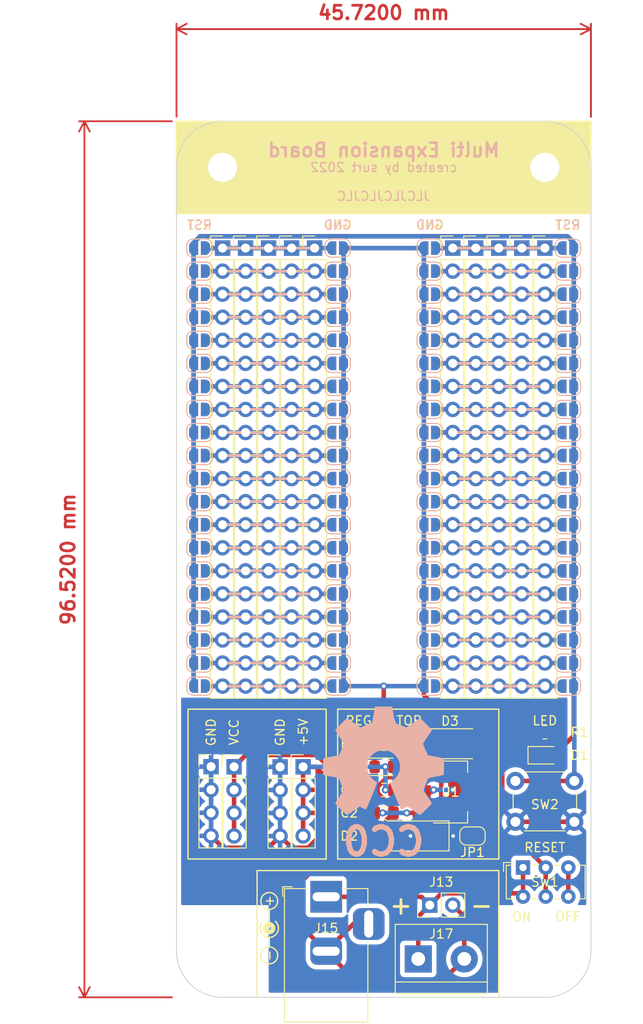
<source format=kicad_pcb>
(kicad_pcb (version 20211014) (generator pcbnew)
  (layers (0 "F.Cu" signal) (31 "B.Cu" signal) (34 "B.Paste" user) (35 "F.Paste" user) (36 "B.SilkS" user "B.Silkscreen") (37 "F.SilkS" user "F.Silkscreen") (38 "B.Mask" user) (39 "F.Mask" user) (44 "Edge.Cuts" user))
  (net 0 "")
  (net 1 "Net-(D1-Pad1)")
  (net 2 "GND")
  (net 3 "+5V")
  (net 4 "VCC")
  (net 5 "Net-(D2-Pad1)")
  (net 6 "/LED")
  (net 7 "/Pin 1")
  (net 8 "/Pin 2")
  (net 9 "/Pin 3")
  (net 10 "/Pin 4")
  (net 11 "/Pin 5")
  (net 12 "/Pin 6")
  (net 13 "/Pin 7")
  (net 14 "/Pin 8")
  (net 15 "/Pin 9")
  (net 16 "/Pin 10")
  (net 17 "/Pin 11")
  (net 18 "/Pin 12")
  (net 19 "/Pin 13")
  (net 20 "/Pin 14")
  (net 21 "/Pin 15")
  (net 22 "/Pin 16")
  (net 23 "/Pin 17")
  (net 24 "/Pin 18")
  (net 25 "/Pin 19")
  (net 26 "/Pin 20")
  (net 27 "/Pin 40")
  (net 28 "/Pin 39")
  (net 29 "/Pin 38")
  (net 30 "/Pin 37")
  (net 31 "/Pin 36")
  (net 32 "/Pin 35")
  (net 33 "/Pin 34")
  (net 34 "/Pin 33")
  (net 35 "/Pin 32")
  (net 36 "/Pin 31")
  (net 37 "/Pin 30")
  (net 38 "/Pin 29")
  (net 39 "/Pin 28")
  (net 40 "/Pin 27")
  (net 41 "/Pin 26")
  (net 42 "/Pin 25")
  (net 43 "/Pin 24")
  (net 44 "/Pin 23")
  (net 45 "/Pin 22")
  (net 46 "/Pin 21")
  (net 47 "/RST")
  (net 48 "Net-(D4-Pad1)")
  (net 49 "Net-(J13-Pad1)")
  (footprint "Jumper:SolderJumper-2_P1.3mm_Open_RoundedPad1.0x1.5mm" (layer "F.Cu") (at 60.96 120.65)
    (fp_text reference "JP20" hide)
    (fp_text value "SolderJumper_2_Open")
  )
  (footprint "Button_Switch_THT:SW_E-Switch_EG1271_DPDT" (layer "F.Cu") (at 81.4125 143.18)
    (fp_text reference "SW1")
    (fp_text value "SW_SPST")
  )
  (footprint "Jumper:SolderJumper-2_P1.3mm_Open_RoundedPad1.0x1.5mm" (layer "F.Cu") (at 45.72 105.41 180)
    (fp_text reference "JP94" hide)
    (fp_text value "SolderJumper_2_Open")
  )
  (footprint "Jumper:SolderJumper-2_P1.3mm_Open_RoundedPad1.0x1.5mm" (layer "F.Cu") (at 71.12 90.17 180)
    (fp_text reference "JP28" hide)
    (fp_text value "SolderJumper_2_Open")
  )
  (footprint "LED_SMD:LED_0805_2012Metric_Pad1.15x1.40mm_HandSolder" (layer "F.Cu") (at 83.82 130.81)
    (fp_text reference "D1")
    (fp_text value "LED")
  )
  (footprint "Jumper:SolderJumper-2_P1.3mm_Open_RoundedPad1.0x1.5mm" (layer "F.Cu") (at 71.12 97.79 180)
    (fp_text reference "JP31" hide)
    (fp_text value "SolderJumper_2_Open")
  )
  (footprint "Jumper:SolderJumper-2_P1.3mm_Open_RoundedPad1.0x1.5mm" (layer "F.Cu") (at 71.12 100.33 180)
    (fp_text reference "JP32" hide)
    (fp_text value "SolderJumper_2_Open")
  )
  (footprint "Jumper:SolderJumper-2_P1.3mm_Open_RoundedPad1.0x1.5mm" (layer "F.Cu") (at 60.96 113.03)
    (fp_text reference "JP17" hide)
    (fp_text value "SolderJumper_2_Open")
  )
  (footprint "TerminalBlock:TerminalBlock_bornier-2_P5.08mm" (layer "F.Cu") (at 69.85 153.25)
    (fp_text reference "J17")
    (fp_text value "Screw_Terminal_01x02")
  )
  (footprint "Jumper:SolderJumper-2_P1.3mm_Open_RoundedPad1.0x1.5mm" (layer "F.Cu") (at 75.835 139.7 180)
    (fp_text reference "JP1")
    (fp_text value "SolderJumper_2_Open")
  )
  (footprint "Jumper:SolderJumper-2_P1.3mm_Open_RoundedPad1.0x1.5mm" (layer "F.Cu") (at 60.96 85.09)
    (fp_text reference "JP6" hide)
    (fp_text value "SolderJumper_2_Open")
  )
  (footprint "Jumper:SolderJumper-2_P1.3mm_Open_RoundedPad1.0x1.5mm" (layer "F.Cu") (at 86.36 123.19)
    (fp_text reference "JP141" hide)
    (fp_text value "SolderJumper_2_Open")
  )
  (footprint "Jumper:SolderJumper-2_P1.3mm_Open_RoundedPad1.0x1.5mm" (layer "F.Cu") (at 60.96 90.17)
    (fp_text reference "JP8" hide)
    (fp_text value "SolderJumper_2_Open")
  )
  (footprint "Jumper:SolderJumper-2_P1.3mm_Open_RoundedPad1.0x1.5mm" (layer "F.Cu") (at 71.12 113.03 180)
    (fp_text reference "JP37" hide)
    (fp_text value "SolderJumper_2_Open")
  )
  (footprint "Jumper:SolderJumper-2_P1.3mm_Open_RoundedPad1.0x1.5mm" (layer "F.Cu") (at 86.36 100.33)
    (fp_text reference "JP132" hide)
    (fp_text value "SolderJumper_2_Open")
  )
  (footprint "Jumper:SolderJumper-2_P1.3mm_Open_RoundedPad1.0x1.5mm" (layer "F.Cu") (at 45.72 74.93 180)
    (fp_text reference "JP82" hide)
    (fp_text value "SolderJumper_2_Open")
  )
  (footprint "Connector_PinHeader_2.54mm:PinHeader_1x20_P2.54mm_Vertical" (layer "F.Cu") (at 53.34 74.93)
    (fp_text reference "J4" hide)
    (fp_text value "Conn_01x20")
  )
  (footprint "Jumper:SolderJumper-2_P1.3mm_Open_RoundedPad1.0x1.5mm" (layer "F.Cu") (at 60.96 115.57)
    (fp_text reference "JP18" hide)
    (fp_text value "SolderJumper_2_Open")
  )
  (footprint "Jumper:SolderJumper-2_P1.3mm_Open_RoundedPad1.0x1.5mm" (layer "F.Cu") (at 86.36 113.03)
    (fp_text reference "JP137" hide)
    (fp_text value "SolderJumper_2_Open")
  )
  (footprint "Jumper:SolderJumper-2_P1.3mm_Open_RoundedPad1.0x1.5mm" (layer "F.Cu") (at 60.96 102.87)
    (fp_text reference "JP13" hide)
    (fp_text value "SolderJumper_2_Open")
  )
  (footprint "Resistor_SMD:R_0805_2012Metric_Pad1.20x1.40mm_HandSolder" (layer "F.Cu") (at 83.82 128.27)
    (fp_text reference "R1")
    (fp_text value "R")
  )
  (footprint "Jumper:SolderJumper-2_P1.3mm_Open_RoundedPad1.0x1.5mm" (layer "F.Cu") (at 45.72 87.63 180)
    (fp_text reference "JP87" hide)
    (fp_text value "SolderJumper_2_Open")
  )
  (footprint "Jumper:SolderJumper-2_P1.3mm_Open_RoundedPad1.0x1.5mm" (layer "F.Cu") (at 71.12 95.25 180)
    (fp_text reference "JP30" hide)
    (fp_text value "SolderJumper_2_Open")
  )
  (footprint "Jumper:SolderJumper-2_P1.3mm_Open_RoundedPad1.0x1.5mm" (layer "F.Cu") (at 60.96 77.47)
    (fp_text reference "JP3" hide)
    (fp_text value "SolderJumper_2_Open")
  )
  (footprint "MountingHole:MountingHole_3.2mm_M3" (layer "F.Cu") (at 48.26 152.4)
    (fp_text reference "")
    (fp_text value "MountingHole_3.2mm_M3")
  )
  (footprint "Connector_PinHeader_2.54mm:PinHeader_1x20_P2.54mm_Vertical" (layer "F.Cu") (at 50.8 74.93)
    (fp_text reference "J3" hide)
    (fp_text value "Conn_01x20")
  )
  (footprint "Jumper:SolderJumper-2_P1.3mm_Open_RoundedPad1.0x1.5mm" (layer "F.Cu") (at 86.36 87.63)
    (fp_text reference "JP127" hide)
    (fp_text value "SolderJumper_2_Open")
  )
  (footprint "Connector_PinHeader_2.54mm:PinHeader_1x20_P2.54mm_Vertical" (layer "F.Cu") (at 55.88 74.93)
    (fp_text reference "J5" hide)
    (fp_text value "Conn_01x20")
  )
  (footprint "Jumper:SolderJumper-2_P1.3mm_Open_RoundedPad1.0x1.5mm" (layer "F.Cu") (at 71.12 123.19 180)
    (fp_text reference "JP41" hide)
    (fp_text value "SolderJumper_2_Open")
  )
  (footprint "Jumper:SolderJumper-2_P1.3mm_Open_RoundedPad1.0x1.5mm" (layer "F.Cu") (at 71.12 115.57 180)
    (fp_text reference "JP38" hide)
    (fp_text value "SolderJumper_2_Open")
  )
  (footprint "LED_SMD:LED_0805_2012Metric_Pad1.15x1.40mm_HandSolder" (layer "F.Cu") (at 66.065 132.085)
    (fp_text reference "D4")
    (fp_text value "LED")
  )
  (footprint "Connector_BarrelJack:BarrelJack_Horizontal" (layer "F.Cu") (at 59.69 146.4 90)
    (fp_text reference "J15")
    (fp_text value "Barrel_Jack")
  )
  (footprint "Jumper:SolderJumper-2_P1.3mm_Open_RoundedPad1.0x1.5mm" (layer "F.Cu") (at 71.12 80.01 180)
    (fp_text reference "JP24" hide)
    (fp_text value "SolderJumper_2_Open")
  )
  (footprint "Diode_SMD:D_SMA_Handsoldering" (layer "F.Cu") (at 73.35 129.54)
    (fp_text reference "D3")
    (fp_text value "D")
  )
  (footprint "Connector_PinHeader_2.54mm:PinHeader_1x20_P2.54mm_Vertical" (layer "F.Cu") (at 83.82 74.93)
    (fp_text reference "J14" hide)
    (fp_text value "Conn_01x20")
  )
  (footprint "Jumper:SolderJumper-2_P1.3mm_Open_RoundedPad1.0x1.5mm" (layer "F.Cu") (at 45.72 77.47 180)
    (fp_text reference "JP83" hide)
    (fp_text value "SolderJumper_2_Open")
  )
  (footprint "Connector_PinHeader_2.54mm:PinHeader_1x04_P2.54mm_Vertical" (layer "F.Cu") (at 54.61 132.095)
    (fp_text reference "J19" hide)
    (fp_text value "Conn_01x04")
  )
  (footprint "Resistor_SMD:R_0805_2012Metric_Pad1.20x1.40mm_HandSolder" (layer "F.Cu") (at 66.04 129.54)
    (fp_text reference "R2")
    (fp_text value "R")
  )
  (footprint "Jumper:SolderJumper-2_P1.3mm_Open_RoundedPad1.0x1.5mm" (layer "F.Cu") (at 60.96 107.95)
    (fp_text reference "JP15" hide)
    (fp_text value "SolderJumper_2_Open")
  )
  (footprint "Jumper:SolderJumper-2_P1.3mm_Open_RoundedPad1.0x1.5mm" (layer "F.Cu") (at 45.72 97.79 180)
    (fp_text reference "JP91" hide)
    (fp_text value "SolderJumper_2_Open")
  )
  (footprint "Connector_PinHeader_2.54mm:PinHeader_1x20_P2.54mm_Vertical" (layer "F.Cu") (at 78.74 74.93)
    (fp_text reference "J11" hide)
    (fp_text value "Conn_01x20")
  )
  (footprint "Connector_PinHeader_2.54mm:PinHeader_1x04_P2.54mm_Vertical" (layer "F.Cu") (at 57.15 132.08)
    (fp_text reference "J18" hide)
    (fp_text value "Conn_01x04")
  )
  (footprint "Jumper:SolderJumper-2_P1.3mm_Open_RoundedPad1.0x1.5mm" (layer "F.Cu") (at 86.36 107.95)
    (fp_text reference "JP135" hide)
    (fp_text value "SolderJumper_2_Open")
  )
  (footprint "Jumper:SolderJumper-2_P1.3mm_Open_RoundedPad1.0x1.5mm" (layer "F.Cu") (at 60.96 82.55)
    (fp_text reference "JP5" hide)
    (fp_text value "SolderJumper_2_Open")
  )
  (footprint "Jumper:SolderJumper-2_P1.3mm_Open_RoundedPad1.0x1.5mm" (layer "F.Cu") (at 86.36 80.01)
    (fp_text reference "JP124" hide)
    (fp_text value "SolderJumper_2_Open")
  )
  (footprint "Jumper:SolderJumper-2_P1.3mm_Open_RoundedPad1.0x1.5mm" (layer "F.Cu") (at 60.96 95.25)
    (fp_text reference "JP10" hide)
    (fp_text value "SolderJumper_2_Open")
  )
  (footprint "Jumper:SolderJumper-2_P1.3mm_Open_RoundedPad1.0x1.5mm" (layer "F.Cu") (at 86.36 90.17)
    (fp_text reference "JP128" hide)
    (fp_text value "SolderJumper_2_Open")
  )
  (footprint "Jumper:SolderJumper-2_P1.3mm_Open_RoundedPad1.0x1.5mm" (layer "F.Cu") (at 45.72 110.49 180)
    (fp_text reference "JP96" hide)
    (fp_text value "SolderJumper_2_Open")
  )
  (footprint "Jumper:SolderJumper-2_P1.3mm_Open_RoundedPad1.0x1.5mm" (layer "F.Cu") (at 45.72 102.87 180)
    (fp_text reference "JP93" hide)
    (fp_text value "SolderJumper_2_Open")
  )
  (footprint "Jumper:SolderJumper-2_P1.3mm_Open_RoundedPad1.0x1.5mm" (layer "F.Cu") (at 45.72 115.57 180)
    (fp_text reference "JP98" hide)
    (fp_text value "SolderJumper_2_Open")
  )
  (footprint "Jumper:SolderJumper-2_P1.3mm_Open_RoundedPad1.0x1.5mm" (layer "F.Cu") (at 71.12 120.65 180)
    (fp_text reference "JP40" hide)
    (fp_text value "SolderJumper_2_Open")
  )
  (footprint "MountingHole:MountingHole_3.2mm_M3" (layer "F.Cu") (at 83.82 152.4)
    (fp_text reference "")
    (fp_text value "MountingHole_3.2mm_M3")
  )
  (footprint "Connector_PinHeader_2.54mm:PinHeader_1x04_P2.54mm_Vertical" (layer "F.Cu") (at 46.99 132.065)
    (fp_text reference "J6" hide)
    (fp_text value "Conn_01x04")
  )
  (footprint "Jumper:SolderJumper-2_P1.3mm_Open_RoundedPad1.0x1.5mm" (layer "F.Cu") (at 71.12 74.93 180)
    (fp_text reference "JP22" hide)
    (fp_text value "SolderJumper_2_Open")
  )
  (footprint "Connector_PinHeader_2.54mm:PinHeader_1x02_P2.54mm_Vertical" (layer "F.Cu") (at 71.12 147.32 90)
    (fp_text reference "J13")
    (fp_text value "Conn_01x02")
  )
  (footprint "Jumper:SolderJumper-2_P1.3mm_Open_RoundedPad1.0x1.5mm" (layer "F.Cu") (at 45.72 113.03 180)
    (fp_text reference "JP97" hide)
    (fp_text value "SolderJumper_2_Open")
  )
  (footprint "Connector_PinHeader_2.54mm:PinHeader_1x04_P2.54mm_Vertical" (layer "F.Cu") (at 49.53 132.08)
    (fp_text reference "J8" hide)
    (fp_text value "Conn_01x04")
  )
  (footprint "Jumper:SolderJumper-2_P1.3mm_Open_RoundedPad1.0x1.5mm" (layer "F.Cu") (at 60.96 80.01)
    (fp_text reference "JP4" hide)
    (fp_text value "SolderJumper_2_Open")
  )
  (footprint "Symbol:Symbol_Barrel_Polarity" (layer "F.Cu") (at 53.34 149.86 90)
    (fp_text reference "REF**" hide)
    (fp_text value "Symbol_Barrel_Polarity")
  )
  (footprint "Jumper:SolderJumper-2_P1.3mm_Open_RoundedPad1.0x1.5mm" (layer "F.Cu") (at 86.36 85.09)
    (fp_text reference "JP126" hide)
    (fp_text value "SolderJumper_2_Open")
  )
  (footprint "Jumper:SolderJumper-2_P1.3mm_Open_RoundedPad1.0x1.5mm" (layer "F.Cu") (at 86.36 82.55)
    (fp_text reference "JP125" hide)
    (fp_text value "SolderJumper_2_Open")
  )
  (footprint "Jumper:SolderJumper-2_P1.3mm_Open_RoundedPad1.0x1.5mm" (layer "F.Cu") (at 86.36 95.25)
    (fp_text reference "JP130" hide)
    (fp_text value "SolderJumper_2_Open")
  )
  (footprint "Jumper:SolderJumper-2_P1.3mm_Open_RoundedPad1.0x1.5mm" (layer "F.Cu") (at 86.36 102.87)
    (fp_text reference "JP133" hide)
    (fp_text value "SolderJumper_2_Open")
  )
  (footprint "Jumper:SolderJumper-2_P1.3mm_Open_RoundedPad1.0x1.5mm" (layer "F.Cu") (at 86.36 105.41)
    (fp_text reference "JP134" hide)
    (fp_text value "SolderJumper_2_Open")
  )
  (footprint "Jumper:SolderJumper-2_P1.3mm_Open_RoundedPad1.0x1.5mm" (layer "F.Cu") (at 60.96 97.79)
    (fp_text reference "JP11" hide)
    (fp_text value "SolderJumper_2_Open")
  )
  (footprint "Jumper:SolderJumper-2_P1.3mm_Open_RoundedPad1.0x1.5mm" (layer "F.Cu") (at 60.96 92.71)
    (fp_text reference "JP9" hide)
    (fp_text value "SolderJumper_2_Open")
  )
  (footprint "Connector_PinHeader_2.54mm:PinHeader_1x20_P2.54mm_Vertical" (layer "F.Cu") (at 76.2 74.93)
    (fp_text reference "J10" hide)
    (fp_text value "Conn_01x20")
  )
  (footprint "Package_TO_SOT_SMD:SOT-223-3_TabPin2" (layer "F.Cu") (at 73.39 134.86)
    (fp_text reference "U1")
    (fp_text value "AMS1117-5.0")
  )
  (footprint "Jumper:SolderJumper-2_P1.3mm_Open_RoundedPad1.0x1.5mm" (layer "F.Cu") (at 86.36 92.71)
    (fp_text reference "JP129" hide)
    (fp_text value "SolderJumper_2_Open")
  )
  (footprint "Connector_PinHeader_2.54mm:PinHeader_1x20_P2.54mm_Vertical" (layer "F.Cu") (at 48.26 74.93)
    (fp_text reference "J2" hide)
    (fp_text value "Conn_01x20")
  )
  (footprint "Jumper:SolderJumper-2_P1.3mm_Open_RoundedPad1.0x1.5mm" (layer "F.Cu") (at 71.12 102.87 180)
    (fp_text reference "JP33" hide)
    (fp_text value "SolderJumper_2_Open")
  )
  (footprint "Jumper:SolderJumper-2_P1.3mm_Open_RoundedPad1.0x1.5mm" (layer "F.Cu") (at 71.12 92.71 180)
    (fp_text reference "JP29" hide)
    (fp_text value "SolderJumper_2_Open")
  )
  (footprint "Jumper:SolderJumper-2_P1.3mm_Open_RoundedPad1.0x1.5mm" (layer "F.Cu") (at 71.12 105.41 180)
    (fp_text reference "JP34" hide)
    (fp_text value "SolderJumper_2_Open")
  )
  (footprint "Jumper:SolderJumper-2_P1.3mm_Open_RoundedPad1.0x1.5mm" (layer "F.Cu") (at 86.36 115.57)
    (fp_text reference "JP138" hide)
    (fp_text value "SolderJumper_2_Open")
  )
  (footprint "Jumper:SolderJumper-2_P1.3mm_Open_RoundedPad1.0x1.5mm" (layer "F.Cu") (at 71.12 77.47 180)
    (fp_text reference "JP23" hide)
    (fp_text value "SolderJumper_2_Open")
  )
  (footprint "Connector_PinHeader_2.54mm:PinHeader_1x20_P2.54mm_Vertical" (layer "F.Cu") (at 81.28 74.93)
    (fp_text reference "J12" hide)
    (fp_text value "Conn_01x20")
  )
  (footprint "Diode_SMD:D_SMA_Handsoldering" (layer "F.Cu") (at 68.85 139.7 180)
    (fp_text reference "D2")
    (fp_text value "D")
  )
  (footprint "Jumper:SolderJumper-2_P1.3mm_Open_RoundedPad1.0x1.5mm" (layer "F.Cu") (at 60.96 74.93)
    (fp_text reference "JP2" hide)
    (fp_text value "SolderJumper_2_Open")
  )
  (footprint "Jumper:SolderJumper-2_P1.3mm_Open_RoundedPad1.0x1.5mm" (layer "F.Cu") (at 60.96 110.49)
    (fp_text reference "JP16" hide)
    (fp_text value "SolderJumper_2_Open")
  )
  (footprint "Jumper:SolderJumper-2_P1.3mm_Open_RoundedPad1.0x1.5mm" (layer "F.Cu") (at 45.72 100.33 180)
    (fp_text reference "JP92" hide)
    (fp_text value "SolderJumper_2_Open")
  )
  (footprint "Jumper:SolderJumper-2_P1.3mm_Open_RoundedPad1.0x1.5mm" (layer "F.Cu") (at 45.72 95.25 180)
    (fp_text reference "JP90" hide)
    (fp_text value "SolderJumper_2_Open")
  )
  (footprint "Connector_PinHeader_2.54mm:PinHeader_1x20_P2.54mm_Vertical" (layer "F.Cu") (at 58.42 74.93)
    (fp_text reference "J7" hide)
    (fp_text value "Conn_01x20")
  )
  (footprint "Jumper:SolderJumper-2_P1.3mm_Open_RoundedPad1.0x1.5mm" (layer "F.Cu") (at 60.96 87.63)
    (fp_text reference "JP7" hide)
    (fp_text value "SolderJumper_2_Open")
  )
  (footprint "Jumper:SolderJumper-2_P1.3mm_Open_RoundedPad1.0x1.5mm" (layer "F.Cu") (at 71.12 107.95 180)
    (fp_text reference "JP35" hide)
    (fp_text value "SolderJumper_2_Open")
  )
  (footprint "Jumper:SolderJumper-2_P1.3mm_Open_RoundedPad1.0x1.5mm" (layer "F.Cu") (at 86.36 77.47)
    (fp_text reference "JP123" hide)
    (fp_text value "SolderJumper_2_Open")
  )
  (footprint "MountingHole:MountingHole_3.2mm_M3" (layer "F.Cu") (at 83.82 66.04)
    (fp_text reference "")
    (fp_text value "MountingHole_3.2mm_M3")
  )
  (footprint "Jumper:SolderJumper-2_P1.3mm_Open_RoundedPad1.0x1.5mm" (layer "F.Cu") (at 60.96 105.41)
    (fp_text reference "JP14" hide)
    (fp_text value "SolderJumper_2_Open")
  )
  (footprint "Jumper:SolderJumper-2_P1.3mm_Open_RoundedPad1.0x1.5mm" (layer "F.Cu") (at 45.72 107.95 180)
    (fp_text reference "JP95" hide)
    (fp_text value "SolderJumper_2_Open")
  )
  (footprint "Jumper:SolderJumper-2_P1.3mm_Open_RoundedPad1.0x1.5mm" (layer "F.Cu") (at 71.12 85.09 180)
    (fp_text reference "JP26" hide)
    (fp_text value "SolderJumper_2_Open")
  )
  (footprint "Jumper:SolderJumper-2_P1.3mm_Open_RoundedPad1.0x1.5mm" (layer "F.Cu") (at 86.36 120.65)
    (fp_text reference "JP140" hide)
    (fp_text value "SolderJumper_2_Open")
  )
  (footprint "Jumper:SolderJumper-2_P1.3mm_Open_RoundedPad1.0x1.5mm" (layer "F.Cu") (at 86.36 74.93)
    (fp_text reference "JP122" hide)
    (fp_text value "SolderJumper_2_Open")
  )
  (footprint "Jumper:SolderJumper-2_P1.3mm_Open_RoundedPad1.0x1.5mm" (layer "F.Cu") (at 71.12 118.11 180)
    (fp_text reference "JP39" hide)
    (fp_text value "SolderJumper_2_Open")
  )
  (footprint "Connector_PinHeader_2.54mm:PinHeader_1x20_P2.54mm_Vertical" (layer "F.Cu") (at 73.66 74.93)
    (fp_text reference "J9" hide)
    (fp_text value "Conn_01x20")
  )
  (footprint "Jumper:SolderJumper-2_P1.3mm_Open_RoundedPad1.0x1.5mm" (layer "F.Cu") (at 45.72 82.55 180)
    (fp_text reference "JP85" hide)
    (fp_text value "SolderJumper_2_Open")
  )
  (footprint "Jumper:SolderJumper-2_P1.3mm_Open_RoundedPad1.0x1.5mm" (layer "F.Cu") (at 45.72 80.01 180)
    (fp_text reference "JP84" hide)
    (fp_text value "SolderJumper_2_Open")
  )
  (footprint "Jumper:SolderJumper-2_P1.3mm_Open_RoundedPad1.0x1.5mm" (layer "F.Cu") (at 45.72 90.17 180)
    (fp_text reference "JP88" hide)
    (fp_text value "SolderJumper_2_Open")
  )
  (footprint "Button_Switch_THT:SW_PUSH_6mm" (layer "F.Cu") (at 87.07 138.14 180)
    (fp_text reference "SW2")
    (fp_text value "SW_Push")
  )
  (footprint "Capacitor_SMD:C_0805_2012Metric_Pad1.18x1.45mm_HandSolder" (layer "F.Cu") (at 66.0775 137.165)
    (fp_text reference "C2")
    (fp_text value "10uF")
  )
  (footprint "MountingHole:MountingHole_3.2mm_M3" (layer "F.Cu") (at 48.26 66.04)
    (fp_text reference "")
    (fp_text value "MountingHole_3.2mm_M3")
  )
  (footprint "Jumper:SolderJumper-2_P1.3mm_Open_RoundedPad1.0x1.5mm" (layer "F.Cu") (at 60.96 123.19)
    (fp_text reference "JP21" hide)
    (fp_text value "SolderJumper_2_Open")
  )
  (footprint "Jumper:SolderJumper-2_P1.3mm_Open_RoundedPad1.0x1.5mm" (layer "F.Cu") (at 60.96 118.11)
    (fp_text reference "JP19" hide)
    (fp_text value "SolderJumper_2_Open")
  )
  (footprint "Jumper:SolderJumper-2_P1.3mm_Open_RoundedPad1.0x1.5mm" (layer "F.Cu") (at 71.12 82.55 180)
    (fp_text reference "JP25" hide)
    (fp_text value "SolderJumper_2_Open")
  )
  (footprint "Jumper:SolderJumper-2_P1.3mm_Open_RoundedPad1.0x1.5mm" (layer "F.Cu") (at 86.36 97.79)
    (fp_text reference "JP131" hide)
    (fp_text value "SolderJumper_2_Open")
  )
  (footprint "Jumper:SolderJumper-2_P1.3mm_Open_RoundedPad1.0x1.5mm" (layer "F.Cu") (at 45.72 120.65 180)
    (fp_text reference "JP100" hide)
    (fp_text value "SolderJumper_2_Open")
  )
  (footprint "Jumper:SolderJumper-2_P1.3mm_Open_RoundedPad1.0x1.5mm" (layer "F.Cu") (at 71.12 87.63 180)
    (fp_text reference "JP27" hide)
    (fp_text value "SolderJumper_2_Open")
  )
  (footprint "Jumper:SolderJumper-2_P1.3mm_Open_RoundedPad1.0x1.5mm" (layer "F.Cu") (at 45.72 92.71 180)
    (fp_text reference "JP89" hide)
    (fp_text value "SolderJumper_2_Open")
  )
  (footprint "Jumper:SolderJumper-2_P1.3mm_Open_RoundedPad1.0x1.5mm" (layer "F.Cu") (at 45.72 123.19 180)
    (fp_text reference "JP101" hide)
    (fp_text value "SolderJumper_2_Open")
  )
  (footprint "Capacitor_SMD:C_0805_2012Metric_Pad1.18x1.45mm_HandSolder" (layer "F.Cu") (at 66.065 134.625 180)
    (fp_text reference "C1")
    (fp_text value "10uF")
  )
  (footprint "Jumper:SolderJumper-2_P1.3mm_Open_RoundedPad1.0x1.5mm" (layer "F.Cu") (at 45.72 85.09 180)
    (fp_text reference "JP86" hide)
    (fp_text value "SolderJumper_2_Open")
  )
  (footprint "Jumper:SolderJumper-2_P1.3mm_Open_RoundedPad1.0x1.5mm" (layer "F.Cu") (at 60.96 100.33)
    (fp_text reference "JP12" hide)
    (fp_text value "SolderJumper_2_Open")
  )
  (footprint "Jumper:SolderJumper-2_P1.3mm_Open_RoundedPad1.0x1.5mm" (layer "F.Cu") (at 45.72 118.11 180)
    (fp_text reference "JP99" hide)
    (fp_text value "SolderJumper_2_Open")
  )
  (footprint "Jumper:SolderJumper-2_P1.3mm_Open_RoundedPad1.0x1.5mm" (layer "F.Cu") (at 86.36 110.49)
    (fp_text reference "JP136" hide)
    (fp_text value "SolderJumper_2_Open")
  )
  (footprint "Jumper:SolderJumper-2_P1.3mm_Open_RoundedPad1.0x1.5mm" (layer "F.Cu") (at 71.12 110.49 180)
    (fp_text reference "JP36" hide)
    (fp_text value "SolderJumper_2_Open")
  )
  (footprint "Jumper:SolderJumper-2_P1.3mm_Open_RoundedPad1.0x1.5mm" (layer "F.Cu") (at 86.36 118.11)
    (fp_text reference "JP139" hide)
    (fp_text value "SolderJumper_2_Open")
  )
  (footprint "Jumper:SolderJumper-2_P1.3mm_Open_RoundedPad1.0x1.5mm" (layer "B.Cu") (at 60.96 105.41)
    (fp_text reference "JP54" hide)
    (fp_text value "SolderJumper_2_Open")
  )
  (footprint "Jumper:SolderJumper-2_P1.3mm_Open_RoundedPad1.0x1.5mm" (layer "B.Cu") (at 60.96 113.03)
    (fp_text reference "JP57" hide)
    (fp_text value "SolderJumper_2_Open")
  )
  (footprint "Jumper:SolderJumper-2_P1.3mm_Open_RoundedPad1.0x1.5mm" (layer "B.Cu") (at 86.36 115.57)
    (fp_text reference "JP158" hide)
    (fp_text value "SolderJumper_2_Open")
  )
  (footprint "Jumper:SolderJumper-2_P1.3mm_Open_RoundedPad1.0x1.5mm" (layer "B.Cu") (at 45.72 77.47 180)
    (fp_text reference "JP103" hide)
    (fp_text value "SolderJumper_2_Open")
  )
  (footprint "Jumper:SolderJumper-2_P1.3mm_Open_RoundedPad1.0x1.5mm" (layer "B.Cu") (at 71.12 113.03 180)
    (fp_text reference "JP77" hide)
    (fp_text value "SolderJumper_2_Open")
  )
  (footprint "Jumper:SolderJumper-2_P1.3mm_Open_RoundedPad1.0x1.5mm" (layer "B.Cu") (at 60.96 87.63)
    (fp_text reference "JP47" hide)
    (fp_text value "SolderJumper_2_Open")
  )
  (footprint "Jumper:SolderJumper-2_P1.3mm_Open_RoundedPad1.0x1.5mm" (layer "B.Cu") (at 86.36 77.47)
    (fp_text reference "JP143" hide)
    (fp_text value "SolderJumper_2_Open")
  )
  (footprint "Jumper:SolderJumper-2_P1.3mm_Open_RoundedPad1.0x1.5mm" (layer "B.Cu") (at 45.72 115.57 180)
    (fp_text reference "JP118" hide)
    (fp_text value "SolderJumper_2_Open")
  )
  (footprint "Jumper:SolderJumper-2_P1.3mm_Open_RoundedPad1.0x1.5mm" (layer "B.Cu") (at 71.12 85.09 180)
    (fp_text reference "JP66" hide)
    (fp_text value "SolderJumper_2_Open")
  )
  (footprint "Jumper:SolderJumper-2_P1.3mm_Open_RoundedPad1.0x1.5mm" (layer "B.Cu") (at 45.72 97.79 180)
    (fp_text reference "JP111" hide)
    (fp_text value "SolderJumper_2_Open")
  )
  (footprint "Jumper:SolderJumper-2_P1.3mm_Open_RoundedPad1.0x1.5mm" (layer "B.Cu") (at 45.72 105.41 180)
    (fp_text reference "JP114" hide)
    (fp_text value "SolderJumper_2_Open")
  )
  (footprint "Jumper:SolderJumper-2_P1.3mm_Open_RoundedPad1.0x1.5mm" (layer "B.Cu") (at 71.12 100.33 180)
    (fp_text reference "JP72" hide)
    (fp_text value "SolderJumper_2_Open")
  )
  (footprint "Jumper:SolderJumper-2_P1.3mm_Open_RoundedPad1.0x1.5mm" (layer "B.Cu") (at 71.12 74.93 180)
    (fp_text reference "JP62" hide)
    (fp_text value "SolderJumper_2_Open")
  )
  (footprint "Jumper:SolderJumper-2_P1.3mm_Open_RoundedPad1.0x1.5mm" (layer "B.Cu") (at 45.72 100.33 180)
    (fp_text reference "JP112" hide)
    (fp_text value "SolderJumper_2_Open")
  )
  (footprint "Jumper:SolderJumper-2_P1.3mm_Open_RoundedPad1.0x1.5mm" (layer "B.Cu") (at 71.12 82.55 180)
    (fp_text reference "JP65" hide)
    (fp_text value "SolderJumper_2_Open")
  )
  (footprint "Jumper:SolderJumper-2_P1.3mm_Open_RoundedPad1.0x1.5mm" (layer "B.Cu") (at 86.36 90.17)
    (fp_text reference "JP148" hide)
    (fp_text value "SolderJumper_2_Open")
  )
  (footprint "Jumper:SolderJumper-2_P1.3mm_Open_RoundedPad1.0x1.5mm" (layer "B.Cu") (at 60.96 123.19)
    (fp_text reference "JP61" hide)
    (fp_text value "SolderJumper_2_Open")
  )
  (footprint "Jumper:SolderJumper-2_P1.3mm_Open_RoundedPad1.0x1.5mm" (layer "B.Cu") (at 45.72 87.63 180)
    (fp_text reference "JP107" hide)
    (fp_text value "SolderJumper_2_Open")
  )
  (footprint "Jumper:SolderJumper-2_P1.3mm_Open_RoundedPad1.0x1.5mm" (layer "B.Cu") (at 86.36 80.01)
    (fp_text reference "JP144" hide)
    (fp_text value "SolderJumper_2_Open")
  )
  (footprint "Jumper:SolderJumper-2_P1.3mm_Open_RoundedPad1.0x1.5mm" (layer "B.Cu") (at 86.36 123.19)
    (fp_text reference "JP161" hide)
    (fp_text value "SolderJumper_2_Open")
  )
  (footprint "Jumper:SolderJumper-2_P1.3mm_Open_RoundedPad1.0x1.5mm" (layer "B.Cu") (at 60.96 85.09)
    (fp_text reference "JP46" hide)
    (fp_text value "SolderJumper_2_Open")
  )
  (footprint "Jumper:SolderJumper-2_P1.3mm_Open_RoundedPad1.0x1.5mm" (layer "B.Cu") (at 71.12 118.11 180)
    (fp_text reference "JP79" hide)
    (fp_text value "SolderJumper_2_Open")
  )
  (footprint "Jumper:SolderJumper-2_P1.3mm_Open_RoundedPad1.0x1.5mm" (layer "B.Cu") (at 45.72 118.11 180)
    (fp_text reference "JP119" hide)
    (fp_text value "SolderJumper_2_Open")
  )
  (footprint "Jumper:SolderJumper-2_P1.3mm_Open_RoundedPad1.0x1.5mm" (layer "B.Cu") (at 86.36 102.87)
    (fp_text reference "JP153" hide)
    (fp_text value "SolderJumper_2_Open")
  )
  (footprint "Jumper:SolderJumper-2_P1.3mm_Open_RoundedPad1.0x1.5mm" (layer "B.Cu") (at 60.96 118.11)
    (fp_text reference "JP59" hide)
    (fp_text value "SolderJumper_2_Open")
  )
  (footprint "Jumper:SolderJumper-2_P1.3mm_Open_RoundedPad1.0x1.5mm" (layer "B.Cu") (at 60.96 74.93)
    (fp_text reference "JP42" hide)
    (fp_text value "SolderJumper_2_Open")
  )
  (footprint "Jumper:SolderJumper-2_P1.3mm_Open_RoundedPad1.0x1.5mm" (layer "B.Cu") (at 71.12 105.41 180)
    (fp_text reference "JP74" hide)
    (fp_text value "SolderJumper_2_Open")
  )
  (footprint "Jumper:SolderJumper-2_P1.3mm_Open_RoundedPad1.0x1.5mm" (layer "B.Cu") (at 60.96 92.71)
    (fp_text reference "JP49" hide)
    (fp_text value "SolderJumper_2_Open")
  )
  (footprint "Jumper:SolderJumper-2_P1.3mm_Open_RoundedPad1.0x1.5mm" (layer "B.Cu") (at 45.72 120.65 180)
    (fp_text reference "JP120" hide)
    (fp_text value "SolderJumper_2_Open")
  )
  (footprint "Jumper:SolderJumper-2_P1.3mm_Open_RoundedPad1.0x1.5mm" (layer "B.Cu") (at 60.96 97.79)
    (fp_text reference "JP51" hide)
    (fp_text value "SolderJumper_2_Open")
  )
  (footprint "Jumper:SolderJumper-2_P1.3mm_Open_RoundedPad1.0x1.5mm" (layer "B.Cu") (at 45.72 110.49 180)
    (fp_text reference "JP116" hide)
    (fp_text value "SolderJumper_2_Open")
  )
  (footprint "Jumper:SolderJumper-2_P1.3mm_Open_RoundedPad1.0x1.5mm" (layer "B.Cu") (at 45.72 107.95 180)
    (fp_text reference "JP115" hide)
    (fp_text value "SolderJumper_2_Open")
  )
  (footprint "Jumper:SolderJumper-2_P1.3mm_Open_RoundedPad1.0x1.5mm" (layer "B.Cu") (at 71.12 80.01 180)
    (fp_text reference "JP64" hide)
    (fp_text value "SolderJumper_2_Open")
  )
  (footprint "Jumper:SolderJumper-2_P1.3mm_Open_RoundedPad1.0x1.5mm" (layer "B.Cu") (at 71.12 115.57 180)
    (fp_text reference "JP78" hide)
    (fp_text value "SolderJumper_2_Open")
  )
  (footprint "Jumper:SolderJumper-2_P1.3mm_Open_RoundedPad1.0x1.5mm" (layer "B.Cu") (at 60.96 95.25)
    (fp_text reference "JP50" hide)
    (fp_text value "SolderJumper_2_Open")
  )
  (footprint "Jumper:SolderJumper-2_P1.3mm_Open_RoundedPad1.0x1.5mm" (layer "B.Cu") (at 86.36 87.63)
    (fp_text reference "JP147" hide)
    (fp_text value "SolderJumper_2_Open")
  )
  (footprint "Jumper:SolderJumper-2_P1.3mm_Open_RoundedPad1.0x1.5mm" (layer "B.Cu") (at 45.72 92.71 180)
    (fp_text reference "JP109" hide)
    (fp_text value "SolderJumper_2_Open")
  )
  (footprint "Jumper:SolderJumper-2_P1.3mm_Open_RoundedPad1.0x1.5mm" (layer "B.Cu") (at 86.36 95.25)
    (fp_text reference "JP150" hide)
    (fp_text value "SolderJumper_2_Open")
  )
  (footprint "Jumper:SolderJumper-2_P1.3mm_Open_RoundedPad1.0x1.5mm" (layer "B.Cu") (at 71.12 77.47 180)
    (fp_text reference "JP63" hide)
    (fp_text value "SolderJumper_2_Open")
  )
  (footprint "Jumper:SolderJumper-2_P1.3mm_Open_RoundedPad1.0x1.5mm" (layer "B.Cu") (at 45.72 123.19 180)
    (fp_text reference "JP121" hide)
    (fp_text value "SolderJumper_2_Open")
  )
  (footprint "Jumper:SolderJumper-2_P1.3mm_Open_RoundedPad1.0x1.5mm" (layer "B.Cu") (at 60.96 82.55)
    (fp_text reference "JP45" hide)
    (fp_text value "SolderJumper_2_Open")
  )
  (footprint "Jumper:SolderJumper-2_P1.3mm_Open_RoundedPad1.0x1.5mm" (layer "B.Cu") (at 71.12 120.65 180)
    (fp_text reference "JP80" hide)
    (fp_text value "SolderJumper_2_Open")
  )
  (footprint "Jumper:SolderJumper-2_P1.3mm_Open_RoundedPad1.0x1.5mm" (layer "B.Cu") (at 60.96 120.65)
    (fp_text reference "JP60" hide)
    (fp_text value "SolderJumper_2_Open")
  )
  (footprint "Jumper:SolderJumper-2_P1.3mm_Open_RoundedPad1.0x1.5mm" (layer "B.Cu") (at 71.12 107.95 180)
    (fp_text reference "JP75" hide)
    (fp_text value "SolderJumper_2_Open")
  )
  (footprint "Jumper:SolderJumper-2_P1.3mm_Open_RoundedPad1.0x1.5mm" (layer "B.Cu") (at 60.96 100.33)
    (fp_text reference "JP52" hide)
    (fp_text value "SolderJumper_2_Open")
  )
  (footprint "Jumper:SolderJumper-2_P1.3mm_Open_RoundedPad1.0x1.5mm" (layer "B.Cu") (at 71.12 110.49 180)
    (fp_text reference "JP76" hide)
    (fp_text value "SolderJumper_2_Open")
  )
  (footprint "Jumper:SolderJumper-2_P1.3mm_Open_RoundedPad1.0x1.5mm" (layer "B.Cu") (at 86.36 118.11)
    (fp_text reference "JP159" hide)
    (fp_text value "SolderJumper_2_Open")
  )
  (footprint "Jumper:SolderJumper-2_P1.3mm_Open_RoundedPad1.0x1.5mm" (layer "B.Cu") (at 45.72 80.01 180)
    (fp_text reference "JP104" hide)
    (fp_text value "SolderJumper_2_Open")
  )
  (footprint "Jumper:SolderJumper-2_P1.3mm_Open_RoundedPad1.0x1.5mm" (layer "B.Cu") (at 60.96 77.47)
    (fp_text reference "JP43" hide)
    (fp_text value "SolderJumper_2_Open")
  )
  (footprint "Jumper:SolderJumper-2_P1.3mm_Open_RoundedPad1.0x1.5mm" (layer "B.Cu") (at 45.72 85.09 180)
    (fp_text reference "JP106" hide)
    (fp_text value "SolderJumper_2_Open")
  )
  (footprint "Jumper:SolderJumper-2_P1.3mm_Open_RoundedPad1.0x1.5mm" (layer "B.Cu") (at 60.96 115.57)
    (fp_text reference "JP58" hide)
    (fp_text value "SolderJumper_2_Open")
  )
  (footprint "Jumper:SolderJumper-2_P1.3mm_Open_RoundedPad1.0x1.5mm" (layer "B.Cu") (at 60.96 102.87)
    (fp_text reference "JP53" hide)
    (fp_text value "SolderJumper_2_Open")
  )
  (footprint "Jumper:SolderJumper-2_P1.3mm_Open_RoundedPad1.0x1.5mm" (layer "B.Cu") (at 45.72 90.17 180)
    (fp_text reference "JP108" hide)
    (fp_text value "SolderJumper_2_Open")
  )
  (footprint "Jumper:SolderJumper-2_P1.3mm_Open_RoundedPad1.0x1.5mm" (layer "B.Cu") (at 71.12 97.79 180)
    (fp_text reference "JP71" hide)
    (fp_text value "SolderJumper_2_Open")
  )
  (footprint "Jumper:SolderJumper-2_P1.3mm_Open_RoundedPad1.0x1.5mm" (layer "B.Cu") (at 45.72 74.93 180)
    (fp_text reference "JP102" hide)
    (fp_text value "SolderJumper_2_Open")
  )
  (footprint "Jumper:SolderJumper-2_P1.3mm_Open_RoundedPad1.0x1.5mm" (layer "B.Cu") (at 71.12 123.19 180)
    (fp_text reference "JP81" hide)
    (fp_text value "SolderJumper_2_Open")
  )
  (footprint "Jumper:SolderJumper-2_P1.3mm_Open_RoundedPad1.0x1.5mm" (layer "B.Cu") (at 71.12 102.87 180)
    (fp_text reference "JP73" hide)
    (fp_text value "SolderJumper_2_Open")
  )
  (footprint "Symbol:OSHW-Symbol_13.4x12mm_SilkScreen" (layer "B.Cu") (at 66.04 131.445 180)
    (fp_text reference "REF**" hide)
    (fp_text value "OSHW-Symbol_13.4x12mm_SilkScreen" hide)
  )
  (footprint "Jumper:SolderJumper-2_P1.3mm_Open_RoundedPad1.0x1.5mm" (layer "B.Cu") (at 86.36 74.93)
    (fp_text reference "JP142" hide)
    (fp_text value "SolderJumper_2_Open")
  )
  (footprint "Jumper:SolderJumper-2_P1.3mm_Open_RoundedPad1.0x1.5mm" (layer "B.Cu") (at 86.36 97.79)
    (fp_text reference "JP151" hide)
    (fp_text value "SolderJumper_2_Open")
  )
  (footprint "Jumper:SolderJumper-2_P1.3mm_Open_RoundedPad1.0x1.5mm" (layer "B.Cu") (at 86.36 85.09)
    (fp_text reference "JP146" hide)
    (fp_text value "SolderJumper_2_Open")
  )
  (footprint "Jumper:SolderJumper-2_P1.3mm_Open_RoundedPad1.0x1.5mm" (layer "B.Cu") (at 86.36 120.65)
    (fp_text reference "JP160" hide)
    (fp_text value "SolderJumper_2_Open")
  )
  (footprint "Jumper:SolderJumper-2_P1.3mm_Open_RoundedPad1.0x1.5mm" (layer "B.Cu") (at 60.96 110.49)
    (fp_text reference "JP56" hide)
    (fp_text value "SolderJumper_2_Open")
  )
  (footprint "Jumper:SolderJumper-2_P1.3mm_Open_RoundedPad1.0x1.5mm" (layer "B.Cu") (at 71.12 87.63 180)
    (fp_text reference "JP67" hide)
    (fp_text value "SolderJumper_2_Open")
  )
  (footprint "Jumper:SolderJumper-2_P1.3mm_Open_RoundedPad1.0x1.5mm" (layer "B.Cu") (at 45.72 113.03 180)
    (fp_text reference "JP117" hide)
    (fp_text value "SolderJumper_2_Open")
  )
  (footprint "Jumper:SolderJumper-2_P1.3mm_Open_RoundedPad1.0x1.5mm" (layer "B.Cu") (at 60.96 80.01)
    (fp_text reference "JP44" hide)
    (fp_text value "SolderJumper_2_Open")
  )
  (footprint "Jumper:SolderJumper-2_P1.3mm_Open_RoundedPad1.0x1.5mm" (layer "B.Cu") (at 86.36 113.03)
    (fp_text reference "JP157" hide)
    (fp_text value "SolderJumper_2_Open")
  )
  (footprint "Jumper:SolderJumper-2_P1.3mm_Open_RoundedPad1.0x1.5mm" (layer "B.Cu") (at 86.36 92.71)
    (fp_text reference "JP149" hide)
    (fp_text value "SolderJumper_2_Open")
  )
  (footprint "Jumper:SolderJumper-2_P1.3mm_Open_RoundedPad1.0x1.5mm" (layer "B.Cu") (at 71.12 92.71 180)
    (fp_text reference "JP69" hide)
    (fp_text value "SolderJumper_2_Open")
  )
  (footprint "Jumper:SolderJumper-2_P1.3mm_Open_RoundedPad1.0x1.5mm" (layer "B.Cu") (at 60.96 107.95)
    (fp_text reference "JP55" hide)
    (fp_text value "SolderJumper_2_Open")
  )
  (footprint "Jumper:SolderJumper-2_P1.3mm_Open_RoundedPad1.0x1.5mm" (layer "B.Cu") (at 71.12 90.17 180)
    (fp_text reference "JP68" hide)
    (fp_text value "SolderJumper_2_Open")
  )
  (footprint "Jumper:SolderJumper-2_P1.3mm_Open_RoundedPad1.0x1.5mm" (layer "B.Cu") (at 86.36 100.33)
    (fp_text reference "JP152" hide)
    (fp_text value "SolderJumper_2_Open")
  )
  (footprint "Jumper:SolderJumper-2_P1.3mm_Open_RoundedPad1.0x1.5mm" (layer "B.Cu") (at 45.72 82.55 180)
    (fp_text reference "JP105" hide)
    (fp_text value "SolderJumper_2_Open")
  )
  (footprint "Jumper:SolderJumper-2_P1.3mm_Open_RoundedPad1.0x1.5mm" (layer "B.Cu") (at 71.12 95.25 180)
    (fp_text reference "JP70" hide)
    (fp_text value "SolderJumper_2_Open")
  )
  (footprint "Jumper:SolderJumper-2_P1.3mm_Open_RoundedPad1.0x1.5mm" (layer "B.Cu") (at 60.96 90.17)
    (fp_text reference "JP48" hide)
    (fp_text value "SolderJumper_2_Open")
  )
  (footprint "Jumper:SolderJumper-2_P1.3mm_Open_RoundedPad1.0x1.5mm" (layer "B.Cu") (at 86.36 107.95)
    (fp_text reference "JP155" hide)
    (fp_text value "SolderJumper_2_Open")
  )
  (footprint "Jumper:SolderJumper-2_P1.3mm_Open_RoundedPad1.0x1.5mm" (layer "B.Cu") (at 86.36 82.55)
    (fp_text reference "JP145" hide)
    (fp_text value "SolderJumper_2_Open")
  )
  (footprint "Jumper:SolderJumper-2_P1.3mm_Open_RoundedPad1.0x1.5mm" (layer "B.Cu") (at 45.72 95.25 180)
    (fp_text reference "JP110" hide)
    (fp_text value "SolderJumper_2_Open")
  )
  (footprint "Jumper:SolderJumper-2_P1.3mm_Open_RoundedPad1.0x1.5mm" (layer "B.Cu") (at 45.72 102.87 180)
    (fp_text reference "JP113" hide)
    (fp_text value "SolderJumper_2_Open")
  )
  (footprint "Jumper:SolderJumper-2_P1.3mm_Open_RoundedPad1.0x1.5mm" (layer "B.Cu") (at 86.36 110.49)
    (fp_text reference "JP156" hide)
    (fp_text value "SolderJumper_2_Open")
  )
  (footprint "Jumper:SolderJumper-2_P1.3mm_Open_RoundedPad1.0x1.5mm" (layer "B.Cu") (at 86.36 105.41)
    (fp_text reference "JP154" hide)
    (fp_text value "SolderJumper_2_Open")
  )
  (gr_line (start 73.66 115.57) (end 83.82 115.57) (layer "B.SilkS") (width 0.3))
  (gr_line (start 48.26 82.55) (end 58.42 82.55) (layer "B.SilkS") (width 0.3))
  (gr_line (start 73.66 110.49) (end 83.82 110.49) (layer "B.SilkS") (width 0.3))
  (gr_line (start 73.66 85.09) (end 83.82 85.09) (layer "B.SilkS") (width 0.3))
  (gr_line (start 48.26 85.09) (end 58.42 85.09) (layer "B.SilkS") (width 0.3))
  (gr_line (start 73.66 90.17) (end 83.82 90.17) (layer "B.SilkS") (width 0.3))
  (gr_line (start 73.66 107.95) (end 83.82 107.95) (layer "B.SilkS") (width 0.3))
  (gr_line (start 48.26 92.71) (end 58.42 92.71) (layer "B.SilkS") (width 0.3))
  (gr_line (start 73.66 87.63) (end 83.82 87.63) (layer "B.SilkS") (width 0.3))
  (gr_line (start 73.66 113.03) (end 83.82 113.03) (layer "B.SilkS") (width 0.3))
  (gr_line (start 48.26 113.03) (end 58.42 113.03) (layer "B.SilkS") (width 0.3))
  (gr_line (start 73.66 100.33) (end 83.82 100.33) (layer "B.SilkS") (width 0.3))
  (gr_line (start 48.26 74.93) (end 58.42 74.93) (layer "B.SilkS") (width 0.3))
  (gr_line (start 48.26 102.87) (end 58.42 102.87) (layer "B.SilkS") (width 0.3))
  (gr_line (start 48.26 80.01) (end 58.42 80.01) (layer "B.SilkS") (width 0.3))
  (gr_line (start 48.26 90.17) (end 58.42 90.17) (layer "B.SilkS") (width 0.3))
  (gr_line (start 73.66 105.41) (end 83.82 105.41) (layer "B.SilkS") (width 0.3))
  (gr_line (start 73.66 97.79) (end 83.82 97.79) (layer "B.SilkS") (width 0.3))
  (gr_line (start 73.66 80.01) (end 83.82 80.01) (layer "B.SilkS") (width 0.3))
  (gr_line (start 48.26 95.25) (end 58.42 95.25) (layer "B.SilkS") (width 0.3))
  (gr_line (start 48.26 110.49) (end 58.42 110.49) (layer "B.SilkS") (width 0.3))
  (gr_line (start 73.66 123.19) (end 83.82 123.19) (layer "B.SilkS") (width 0.3))
  (gr_line (start 73.66 92.71) (end 83.82 92.71) (layer "B.SilkS") (width 0.3))
  (gr_line (start 48.26 123.19) (end 58.42 123.19) (layer "B.SilkS") (width 0.3))
  (gr_line (start 48.26 97.79) (end 58.42 97.79) (layer "B.SilkS") (width 0.3))
  (gr_line (start 48.26 120.65) (end 58.42 120.65) (layer "B.SilkS") (width 0.3))
  (gr_line (start 73.66 74.93) (end 83.82 74.93) (layer "B.SilkS") (width 0.3))
  (gr_line (start 73.66 82.55) (end 83.82 82.55) (layer "B.SilkS") (width 0.3))
  (gr_line (start 48.26 87.63) (end 58.42 87.63) (layer "B.SilkS") (width 0.3))
  (gr_line (start 73.66 118.11) (end 83.82 118.11) (layer "B.SilkS") (width 0.3))
  (gr_line (start 73.66 120.65) (end 83.82 120.65) (layer "B.SilkS") (width 0.3))
  (gr_line (start 48.26 107.95) (end 58.42 107.95) (layer "B.SilkS") (width 0.3))
  (gr_line (start 48.26 100.33) (end 58.42 100.33) (layer "B.SilkS") (width 0.3))
  (gr_line (start 73.66 102.87) (end 83.82 102.87) (layer "B.SilkS") (width 0.3))
  (gr_line (start 48.26 77.47) (end 58.42 77.47) (layer "B.SilkS") (width 0.3))
  (gr_line (start 48.26 105.41) (end 58.42 105.41) (layer "B.SilkS") (width 0.3))
  (gr_line (start 48.26 118.11) (end 58.42 118.11) (layer "B.SilkS") (width 0.3))
  (gr_line (start 48.26 115.57) (end 58.42 115.57) (layer "B.SilkS") (width 0.3))
  (gr_line (start 73.66 77.47) (end 83.82 77.47) (layer "B.SilkS") (width 0.3))
  (gr_line (start 73.66 95.25) (end 83.82 95.25) (layer "B.SilkS") (width 0.3))
  (gr_line (start 48.26 107.95) (end 58.42 107.95) (layer "F.SilkS") (width 0.3))
  (gr_line (start 48.26 92.71) (end 58.42 92.71) (layer "F.SilkS") (width 0.3))
  (gr_line (start 73.66 110.49) (end 83.82 110.49) (layer "F.SilkS") (width 0.3))
  (gr_line (start 73.66 92.71) (end 83.82 92.71) (layer "F.SilkS") (width 0.3))
  (gr_line (start 48.26 74.93) (end 58.42 74.93) (layer "F.SilkS") (width 0.3))
  (gr_line (start 48.26 80.01) (end 58.42 80.01) (layer "F.SilkS") (width 0.3))
  (gr_line (start 73.66 115.57) (end 83.82 115.57) (layer "F.SilkS") (width 0.3))
  (gr_line (start 73.66 100.33) (end 83.82 100.33) (layer "F.SilkS") (width 0.3))
  (gr_line (start 48.26 87.63) (end 58.42 87.63) (layer "F.SilkS") (width 0.3))
  (gr_line (start 73.66 80.01) (end 83.82 80.01) (layer "F.SilkS") (width 0.3))
  (gr_line (start 48.26 95.25) (end 58.42 95.25) (layer "F.SilkS") (width 0.3))
  (gr_line (start 48.26 120.65) (end 58.42 120.65) (layer "F.SilkS") (width 0.3))
  (gr_line (start 48.26 113.03) (end 58.42 113.03) (layer "F.SilkS") (width 0.3))
  (gr_line (start 73.66 97.79) (end 83.82 97.79) (layer "F.SilkS") (width 0.3))
  (gr_line (start 48.26 123.19) (end 58.42 123.19) (layer "F.SilkS") (width 0.3))
  (gr_line (start 73.66 74.93) (end 83.82 74.93) (layer "F.SilkS") (width 0.3))
  (gr_rect (start 43.18 60.96) (end 88.9 71.12) (layer "F.SilkS") (width 0.15) (fill solid))
  (gr_line (start 78.74 143.51) (end 78.74 157.48) (layer "F.SilkS") (width 0.15))
  (gr_line (start 48.26 110.49) (end 58.42 110.49) (layer "F.SilkS") (width 0.3))
  (gr_line (start 48.26 82.55) (end 58.42 82.55) (layer "F.SilkS") (width 0.3))
  (gr_line (start 73.66 107.95) (end 83.82 107.95) (layer "F.SilkS") (width 0.3))
  (gr_line (start 73.66 95.25) (end 83.82 95.25) (layer "F.SilkS") (width 0.3))
  (gr_line (start 73.66 120.65) (end 83.82 120.65) (layer "F.SilkS") (width 0.3))
  (gr_line (start 73.66 90.17) (end 83.82 90.17) (layer "F.SilkS") (width 0.3))
  (gr_line (start 48.26 85.09) (end 58.42 85.09) (layer "F.SilkS") (width 0.3))
  (gr_line (start 48.26 118.11) (end 58.42 118.11) (layer "F.SilkS") (width 0.3))
  (gr_line (start 73.66 102.87) (end 83.82 102.87) (layer "F.SilkS") (width 0.3))
  (gr_line (start 73.66 77.47) (end 83.82 77.47) (layer "F.SilkS") (width 0.3))
  (gr_line (start 73.66 87.63) (end 83.82 87.63) (layer "F.SilkS") (width 0.3))
  (gr_line (start 48.26 102.87) (end 58.42 102.87) (layer "F.SilkS") (width 0.3))
  (gr_line (start 73.66 105.41) (end 83.82 105.41) (layer "F.SilkS") (width 0.3))
  (gr_line (start 48.26 115.57) (end 58.42 115.57) (layer "F.SilkS") (width 0.3))
  (gr_line (start 52.07 143.51) (end 78.74 143.51) (layer "F.SilkS") (width 0.15))
  (gr_line (start 73.636689 123.176882) (end 83.796689 123.176882) (layer "F.SilkS") (width 0.3))
  (gr_line (start 48.26 77.47) (end 58.42 77.47) (layer "F.SilkS") (width 0.3))
  (gr_rect (start 44.45 125.73) (end 59.69 142.24) (layer "F.SilkS") (width 0.15) (fill none))
  (gr_line (start 52.07 157.48) (end 52.07 143.51) (layer "F.SilkS") (width 0.15))
  (gr_line (start 73.66 85.09) (end 83.82 85.09) (layer "F.SilkS") (width 0.3))
  (gr_line (start 73.66 118.11) (end 83.82 118.11) (layer "F.SilkS") (width 0.3))
  (gr_line (start 48.26 100.33) (end 58.42 100.33) (layer "F.SilkS") (width 0.3))
  (gr_rect (start 60.96 125.73) (end 78.74 142.24) (layer "F.SilkS") (width 0.15) (fill none))
  (gr_line (start 73.66 82.55) (end 83.82 82.55) (layer "F.SilkS") (width 0.3))
  (gr_line (start 48.26 105.41) (end 58.42 105.41) (layer "F.SilkS") (width 0.3))
  (gr_line (start 73.66 113.03) (end 83.82 113.03) (layer "F.SilkS") (width 0.3))
  (gr_line (start 48.26 90.17) (end 58.42 90.17) (layer "F.SilkS") (width 0.3))
  (gr_line (start 48.26 97.79) (end 58.42 97.79) (layer "F.SilkS") (width 0.3))
  (gr_arc (start 48.26 157.480004) (mid 44.667898 155.992106) (end 43.18 152.400004) (layer "Edge.Cuts") (width 0.1))
  (gr_line (start 43.18 66.04) (end 43.18 152.4) (layer "Edge.Cuts") (width 0.1))
  (gr_arc (start 88.900004 152.400004) (mid 87.412106 155.992106) (end 83.820004 157.480004) (layer "Edge.Cuts") (width 0.1))
  (gr_arc (start 83.820002 60.959998) (mid 87.412104 62.447896) (end 88.900002 66.039998) (layer "Edge.Cuts") (width 0.1))
  (gr_line (start 88.9 152.4) (end 88.9 66.04) (layer "Edge.Cuts") (width 0.1))
  (gr_line (start 83.82 60.96) (end 48.26 60.96) (layer "Edge.Cuts") (width 0.1))
  (gr_arc (start 43.18 66.04) (mid 44.667898 62.447898) (end 48.26 60.96) (layer "Edge.Cuts") (width 0.1))
  (gr_line (start 48.26 157.48) (end 83.82 157.48) (layer "Edge.Cuts") (width 0.1))
  (gr_text "GND" (at 60.96 72.39) (layer "B.SilkS") (effects (font (size 1 1)) (justify mirror)))
  (gr_text "RST" (at 86.36 72.39) (layer "B.SilkS") (effects (font (size 1 1)) (justify mirror)))
  (gr_text "created by surt 2022" (at 66.04 66.04) (layer "B.SilkS") (effects (font (size 1 1)) (justify mirror)))
  (gr_text "RST" (at 45.72 72.39) (layer "B.SilkS") (effects (font (size 1 1)) (justify mirror)))
  (gr_text "Multi Expansion Board" (at 66.04 64.135) (layer "B.SilkS") (effects (font (size 1.5 1.5) (thickness 0.3)) (justify mirror)))
  (gr_text "GND" (at 71.12 72.39) (layer "B.SilkS") (effects (font (size 1 1)) (justify mirror)))
  (gr_text "CC0" (at 66.04 140.335) (layer "B.SilkS") (effects (font (size 3 3) (thickness 0.6)) (justify mirror)))
  (gr_text "JLCJLCJLCJLC" (at 66.04 69.215) (layer "B.SilkS") (effects (font (size 1 1)) (justify mirror)))
  (gr_text "VCC" (at 49.53 128.27 90) (layer "F.SilkS") (effects (font (size 1 1))))
  (gr_text "+5V" (at 60.96 72.39) (layer "F.SilkS") (effects (font (size 1 1))))
  (gr_text "+" (at 67.945 147.32) (layer "F.SilkS") (effects (font (size 2 2) (thickness 0.3))))
  (gr_text "-" (at 53.415 152.86 90) (layer "F.SilkS") (effects (font (size 1 1))))
  (gr_text "+5V" (at 57.15 128.27 90) (layer "F.SilkS") (effects (font (size 1 1))))
  (gr_text "RESET" (at 83.82 140.97) (layer "F.SilkS") (effects (font (size 1 1))))
  (gr_text "GND" (at 54.61 128.27 90) (layer "F.SilkS") (effects (font (size 1 1))))
  (gr_text "REGULATOR" (at 66.04 127) (layer "F.SilkS") (effects (font (size 1 1))))
  (gr_text "+" (at 53.415 146.86 90) (layer "F.SilkS") (effects (font (size 1 1))))
  (gr_text "LED" (at 45.72 72.39) (layer "F.SilkS") (effects (font (size 1 1))))
  (gr_text "OFF" (at 86.36 148.59) (layer "F.SilkS") (effects (font (size 1 1))))
  (gr_text "+5V" (at 71.12 72.381134) (layer "F.SilkS") (effects (font (size 1 1))))
  (gr_text "GND" (at 46.99 128.27 90) (layer "F.SilkS") (effects (font (size 1 1))))
  (gr_text "-" (at 76.835 147.32) (layer "F.SilkS") (effects (font (size 2 2) (thickness 0.3))))
  (gr_text "LED" (at 86.36 72.39) (layer "F.SilkS") (effects (font (size 1 1))))
  (gr_text "LED" (at 83.82 127) (layer "F.SilkS") (effects (font (size 1 1))))
  (gr_text "ON" (at 81.28 148.59) (layer "F.SilkS") (effects (font (size 1 1))))
  (dimension (type aligned) (layer "F.Cu") (pts (xy 43.18 60.96) (xy 43.18 157.48)) (height 10.16) (gr_text "96.5200 mm" (at 31.22 109.22 90) (layer "F.Cu") (effects (font (size 1.5 1.5) (thickness 0.3)))) (format (units 3) (units_format 1) (precision 4)) (style (thickness 0.2) (arrow_length 1.27) (text_position_mode 0) (extension_height 0.58642) (extension_offset 0.5) keep_text_aligned))
  (dimension (type aligned) (layer "F.Cu") (pts (xy 43.18 60.96) (xy 88.9 60.96)) (height -10.16) (gr_text "45.7200 mm" (at 66.04 49) (layer "F.Cu") (effects (font (size 1.5 1.5) (thickness 0.3)))) (format (units 3) (units_format 1) (precision 4)) (style (thickness 0.2) (arrow_length 1.27) (text_position_mode 0) (extension_height 0.58642) (extension_offset 0.5) keep_text_aligned))
  (segment (start 86.4125 143.18) (end 86.4125 146.38) (width 0.5) (layer "F.Cu") (net 0))
  (segment (start 82.795 130.81) (end 82.795 128.295) (width 0.5) (layer "F.Cu") (net 1))
  (segment (start 82.795 128.295) (end 82.82 128.27) (width 0.5) (layer "F.Cu") (net 1))
  (segment (start 54.61 139.715) (end 54.61 132.08) (width 0.5) (layer "F.Cu") (net 2))
  (segment (start 66.35 139.7) (end 69.000498 139.7) (width 0.5) (layer "F.Cu") (net 2))
  (segment (start 66.04 128.54) (end 67.04 129.54) (width 0.5) (layer "F.Cu") (net 2))
  (segment (start 53.325 141) (end 54.61 139.715) (width 0.5) (layer "F.Cu") (net 2))
  (segment (start 83.67 127.12) (end 82.180051 127.12) (width 0.5) (layer "F.Cu") (net 2))
  (segment (start 58.988478 139.7) (end 57.688478 141) (width 0.5) (layer "F.Cu") (net 2))
  (segment (start 80.57 138.14) (end 87.07 138.14) (width 0.5) (layer "F.Cu") (net 2))
  (segment (start 55.895 141) (end 54.61 139.715) (width 0.5) (layer "F.Cu") (net 2))
  (segment (start 66.35 139.7) (end 58.988478 139.7) (width 0.5) (layer "F.Cu") (net 2))
  (segment (start 67.115 136.7125) (end 65.0275 134.625) (width 0.5) (layer "F.Cu") (net 2))
  (segment (start 70.24 132.56) (end 70.06 132.56) (width 0.5) (layer "F.Cu") (net 2))
  (segment (start 66.4175 133.235) (end 69.565 133.235) (width 0.5) (layer "F.Cu") (net 2))
  (segment (start 75.185 139.7) (end 73.699502 139.7) (width 0.5) (layer "F.Cu") (net 2))
  (segment (start 48.305 141) (end 53.325 141) (width 0.5) (layer "F.Cu") (net 2))
  (segment (start 82.180051 127.12) (end 79.12 130.180051) (width 0.5) (layer "F.Cu") (net 2))
  (segment (start 65.0275 134.625) (end 66.4175 133.235) (width 0.5) (layer "F.Cu") (net 2))
  (segment (start 84.82 128.27) (end 83.67 127.12) (width 0.5) (layer "F.Cu") (net 2))
  (segment (start 67.115 137.165) (end 67.115 136.7125) (width 0.5) (layer "F.Cu") (net 2))
  (segment (start 46.99 132.08) (end 46.99 139.685) (width 0.5) (layer "F.Cu") (net 2))
  (segment (start 79.12 136.69) (end 80.57 138.14) (width 0.5) (layer "F.Cu") (net 2))
  (segment (start 66.35 137.93) (end 67.115 137.165) (width 0.5) (layer "F.Cu") (net 2))
  (segment (start 46.99 139.685) (end 48.305 141) (width 0.5) (layer "F.Cu") (net 2))
  (segment (start 70.06 132.56) (end 67.04 129.54) (width 0.5) (layer "F.Cu") (net 2))
  (segment (start 57.688478 141) (end 55.895 141) (width 0.5) (layer "F.Cu") (net 2))
  (segment (start 79.12 130.180051) (end 79.12 136.69) (width 0.5) (layer "F.Cu") (net 2))
  (segment (start 69.565 133.235) (end 70.24 132.56) (width 0.5) (layer "F.Cu") (net 2))
  (segment (start 66.35 139.7) (end 66.35 137.93) (width 0.5) (layer "F.Cu") (net 2))
  (segment (start 66.04 123.19) (end 66.04 128.54) (width 0.5) (layer "F.Cu") (net 2))
  (via (at 66.04 123.19) (size 0.8) (drill 0.4) (layers "F.Cu" "B.Cu") (net 2))
  (via (at 73.699502 139.7) (size 0.8) (drill 0.4) (layers "F.Cu" "B.Cu") (net 2))
  (via (at 69.000498 139.7) (size 0.8) (drill 0.4) (layers "F.Cu" "B.Cu") (net 2))
  (segment (start 70.47 74.93) (end 70.47 123.19) (width 0.5) (layer "B.Cu") (net 2))
  (segment (start 72.39 139.7) (end 79.01 139.7) (width 0.5) (layer "B.Cu") (net 2))
  (segment (start 73.699502 139.7) (end 72.39 139.7) (width 0.5) (layer "B.Cu") (net 2))
  (segment (start 79.01 139.7) (end 80.57 138.14) (width 0.5) (layer "B.Cu") (net 2))
  (segment (start 61.61 74.93) (end 61.61 123.19) (width 0.5) (layer "B.Cu") (net 2))
  (segment (start 61.61 74.93) (end 70.47 74.93) (width 0.5) (layer "B.Cu") (net 2))
  (segment (start 66.04 123.19) (end 61.61 123.19) (width 0.5) (layer "B.Cu") (net 2))
  (segment (start 69.000498 139.7) (end 72.39 139.7) (width 0.5) (layer "B.Cu") (net 2))
  (segment (start 70.47 123.19) (end 66.04 123.19) (width 0.5) (layer "B.Cu") (net 2))
  (segment (start 67.1025 134.625) (end 66.228876 134.625) (width 0.5) (layer "F.Cu") (net 3))
  (segment (start 57.15 132.065) (end 57.15 139.7) (width 0.5) (layer "F.Cu") (net 3))
  (segment (start 76.54 134.86) (end 76.54 130.23) (width 0.5) (layer "F.Cu") (net 3))
  (segment (start 61.61 74.93) (end 70.47 74.93) (width 0.5) (layer "F.Cu") (net 3))
  (segment (start 70.005 134.625) (end 70.24 134.86) (width 0.5) (layer "F.Cu") (net 3))
  (segment (start 67.1025 134.625) (end 70.005 134.625) (width 0.5) (layer "F.Cu") (net 3))
  (segment (start 67.085 132.08) (end 67.09 132.085) (width 0.5) (layer "F.Cu") (net 3))
  (segment (start 66.2145 132.08) (end 67.085 132.08) (width 0.5) (layer "F.Cu") (net 3))
  (segment (start 61.61 74.93) (end 61.61 123.19) (width 0.5) (layer "F.Cu") (net 3))
  (segment (start 71.3005 134.86) (end 71.5405 134.62) (width 0.5) (layer "F.Cu") (net 3))
  (segment (start 70.47 124.16) (end 70.47 123.19) (width 0.5) (layer "F.Cu") (net 3))
  (segment (start 76.54 130.23) (end 75.85 129.54) (width 0.5) (layer "F.Cu") (net 3))
  (segment (start 75.85 129.54) (end 70.47 124.16) (width 0.5) (layer "F.Cu") (net 3))
  (segment (start 73.9 134.86) (end 73.66 134.62) (width 0.5) (layer "F.Cu") (net 3))
  (segment (start 76.54 134.86) (end 73.9 134.86) (width 0.5) (layer "F.Cu") (net 3))
  (segment (start 70.47 74.93) (end 70.47 123.19) (width 0.5) (layer "F.Cu") (net 3))
  (segment (start 70.24 134.86) (end 71.3005 134.86) (width 0.5) (layer "F.Cu") (net 3))
  (via (at 71.5405 134.62) (size 0.8) (drill 0.4) (layers "F.Cu" "B.Cu") (net 3))
  (via (at 66.228876 134.625) (size 0.8) (drill 0.4) (layers "F.Cu" "B.Cu") (net 3))
  (via (at 66.2145 132.08) (size 0.8) (drill 0.4) (layers "F.Cu" "B.Cu") (net 3))
  (via (at 73.66 134.62) (size 0.8) (drill 0.4) (layers "F.Cu" "B.Cu") (net 3))
  (segment (start 66.228876 132.094376) (end 66.2145 132.08) (width 0.5) (layer "B.Cu") (net 3))
  (segment (start 73.66 134.62) (end 71.5405 134.62) (width 0.5) (layer "B.Cu") (net 3))
  (segment (start 66.2145 132.08) (end 57.15 132.08) (width 0.5) (layer "B.Cu") (net 3))
  (segment (start 66.228876 134.625) (end 66.228876 132.094376) (width 0.5) (layer "B.Cu") (net 3))
  (segment (start 79.96939 140.225) (end 78.09439 138.35) (width 0.5) (layer "F.Cu") (net 4))
  (segment (start 83.9125 143.18) (end 80.9575 140.225) (width 0.5) (layer "F.Cu") (net 4))
  (segment (start 65.04 137.165) (end 58.655 130.78) (width 0.5) (layer "F.Cu") (net 4))
  (segment (start 65.913624 137.165) (end 65.923312 137.155312) (width 0.5) (layer "F.Cu") (net 4))
  (segment (start 50.83 130.78) (end 49.53 132.08) (width 0.5) (layer "F.Cu") (net 4))
  (segment (start 72.39 131.08) (end 72.39 135.89) (width 0.5) (layer "F.Cu") (net 4))
  (segment (start 80.9575 140.225) (end 79.96939 140.225) (width 0.5) (layer "F.Cu") (net 4))
  (segment (start 68.58 137.16) (end 70.24 137.16) (width 0.5) (layer "F.Cu") (net 4))
  (segment (start 71.43 138.35) (end 70.24 137.16) (width 0.5) (layer "F.Cu") (net 4))
  (segment (start 78.09439 138.35) (end 71.43 138.35) (width 0.5) (layer "F.Cu") (net 4))
  (segment (start 71.12 137.16) (end 70.24 137.16) (width 0.5) (layer "F.Cu") (net 4))
  (segment (start 58.655 130.78) (end 50.83 130.78) (width 0.5) (layer "F.Cu") (net 4))
  (segment (start 70.85 129.54) (end 72.39 131.08) (width 0.5) (layer "F.Cu") (net 4))
  (segment (start 72.39 135.89) (end 71.12 137.16) (width 0.5) (layer "F.Cu") (net 4))
  (segment (start 83.9125 143.18) (end 83.9125 146.38) (width 0.5) (layer "F.Cu") (net 4))
  (segment (start 49.53 139.7) (end 49.53 132.08) (width 0.5) (layer "F.Cu") (net 4))
  (segment (start 65.04 137.165) (end 65.913624 137.165) (width 0.5) (layer "F.Cu") (net 4))
  (via (at 65.923312 137.155312) (size 0.8) (drill 0.4) (layers "F.Cu" "B.Cu") (net 4))
  (via (at 68.58 137.16) (size 0.8) (drill 0.4) (layers "F.Cu" "B.Cu") (net 4))
  (segment (start 65.923312 137.155312) (end 65.928 137.16) (width 0.5) (layer "B.Cu") (net 4))
  (segment (start 65.928 137.16) (end 68.58 137.16) (width 0.5) (layer "B.Cu") (net 4))
  (segment (start 76.485 140.560217) (end 75.945217 141.1) (width 0.5) (layer "F.Cu") (net 5))
  (segment (start 75.945217 141.1) (end 69.1 141.1) (width 0.5) (layer "F.Cu") (net 5))
  (segment (start 59.69 152.4) (end 62.69 149.4) (width 0.5) (layer "F.Cu") (net 5))
  (segment (start 62.69 149.4) (end 64.39 149.4) (width 0.5) (layer "F.Cu") (net 5))
  (segment (start 71.97 156.21) (end 74.93 153.25) (width 0.5) (layer "F.Cu") (net 5))
  (segment (start 76.485 139.7) (end 76.485 140.560217) (width 0.5) (layer "F.Cu") (net 5))
  (segment (start 57.15 144.54) (end 57.15 149.86) (width 0.5) (layer "F.Cu") (net 5))
  (segment (start 69.1 141.1) (end 60.59 141.1) (width 0.5) (layer "F.Cu") (net 5))
  (segment (start 71.35 139.7) (end 70.5 139.7) (width 0.5) (layer "F.Cu") (net 5))
  (segment (start 57.15 149.86) (end 59.69 152.4) (width 0.5) (layer "F.Cu") (net 5))
  (segment (start 74.93 148.59) (end 73.66 147.32) (width 0.5) (layer "F.Cu") (net 5))
  (segment (start 59.69 152.4) (end 63.5 156.21) (width 0.5) (layer "F.Cu") (net 5))
  (segment (start 74.93 153.25) (end 74.93 148.59) (width 0.5) (layer "F.Cu") (net 5))
  (segment (start 60.59 141.1) (end 57.15 144.54) (width 0.5) (layer "F.Cu") (net 5))
  (segment (start 63.5 156.21) (end 71.97 156.21) (width 0.5) (layer "F.Cu") (net 5))
  (segment (start 70.5 139.7) (end 69.1 141.1) (width 0.5) (layer "F.Cu") (net 5))
  (segment (start 45.783604 73.63) (end 86.33 73.63) (width 0.5) (layer "F.Cu") (net 6))
  (segment (start 84.845 130.81) (end 87.01 128.645) (width 0.5) (layer "F.Cu") (net 6))
  (segment (start 45.07 74.343604) (end 45.783604 73.63) (width 0.5) (layer "F.Cu") (net 6))
  (segment (start 45.07 74.93) (end 45.07 123.19) (width 0.5) (layer "F.Cu") (net 6))
  (segment (start 87.01 74.31) (end 87.01 74.93) (width 0.5) (layer "F.Cu") (net 6))
  (segment (start 87.01 74.93) (end 87.01 123.19) (width 0.5) (layer "F.Cu") (net 6))
  (segment (start 45.07 74.93) (end 45.07 74.343604) (width 0.5) (layer "F.Cu") (net 6))
  (segment (start 87.01 128.645) (end 87.01 123.19) (width 0.5) (layer "F.Cu") (net 6))
  (segment (start 86.33 73.63) (end 87.01 74.31) (width 0.5) (layer "F.Cu") (net 6))
  (segment (start 46.37 74.93) (end 60.31 74.93) (width 0.5) (layer "F.Cu") (net 7))
  (segment (start 46.37 74.93) (end 60.31 74.93) (width 0.5) (layer "B.Cu") (net 7))
  (segment (start 46.37 77.47) (end 60.31 77.47) (width 0.5) (layer "F.Cu") (net 8))
  (segment (start 46.37 77.47) (end 60.31 77.47) (width 0.5) (layer "B.Cu") (net 8))
  (segment (start 46.37 80.01) (end 60.31 80.01) (width 0.5) (layer "F.Cu") (net 9))
  (segment (start 46.37 80.01) (end 60.31 80.01) (width 0.5) (layer "B.Cu") (net 9))
  (segment (start 46.37 82.55) (end 60.31 82.55) (width 0.5) (layer "F.Cu") (net 10))
  (segment (start 46.37 82.55) (end 60.31 82.55) (width 0.5) (layer "B.Cu") (net 10))
  (segment (start 46.37 85.09) (end 60.31 85.09) (width 0.5) (layer "F.Cu") (net 11))
  (segment (start 46.37 85.09) (end 60.31 85.09) (width 0.5) (layer "B.Cu") (net 11))
  (segment (start 46.37 87.63) (end 60.31 87.63) (width 0.5) (layer "F.Cu") (net 12))
  (segment (start 46.37 87.63) (end 60.31 87.63) (width 0.5) (layer "B.Cu") (net 12))
  (segment (start 46.37 90.17) (end 60.31 90.17) (width 0.5) (layer "F.Cu") (net 13))
  (segment (start 46.37 90.17) (end 60.31 90.17) (width 0.5) (layer "B.Cu") (net 13))
  (segment (start 46.37 92.71) (end 60.31 92.71) (width 0.5) (layer "F.Cu") (net 14))
  (segment (start 46.37 92.71) (end 60.31 92.71) (width 0.5) (layer "B.Cu") (net 14))
  (segment (start 46.37 95.25) (end 60.31 95.25) (width 0.5) (layer "F.Cu") (net 15))
  (segment (start 46.37 95.25) (end 60.31 95.25) (width 0.5) (layer "B.Cu") (net 15))
  (segment (start 46.37 97.79) (end 60.31 97.79) (width 0.5) (layer "F.Cu") (net 16))
  (segment (start 46.37 97.79) (end 60.31 97.79) (width 0.5) (layer "B.Cu") (net 16))
  (segment (start 46.37 100.33) (end 60.31 100.33) (width 0.5) (layer "F.Cu") (net 17))
  (segment (start 46.37 100.33) (end 60.31 100.33) (width 0.5) (layer "B.Cu") (net 17))
  (segment (start 46.37 102.87) (end 60.31 102.87) (width 0.5) (layer "F.Cu") (net 18))
  (segment (start 46.37 102.87) (end 60.31 102.87) (width 0.5) (layer "B.Cu") (net 18))
  (segment (start 46.37 105.41) (end 60.31 105.41) (width 0.5) (layer "F.Cu") (net 19))
  (segment (start 46.37 105.41) (end 60.31 105.41) (width 0.5) (layer "B.Cu") (net 19))
  (segment (start 46.37 107.95) (end 60.31 107.95) (width 0.5) (layer "F.Cu") (net 20))
  (segment (start 46.37 107.95) (end 60.31 107.95) (width 0.5) (layer "B.Cu") (net 20))
  (segment (start 46.37 110.49) (end 60.31 110.49) (width 0.5) (layer "F.Cu") (net 21))
  (segment (start 46.37 110.49) (end 60.31 110.49) (width 0.5) (layer "B.Cu") (net 21))
  (segment (start 46.37 113.03) (end 60.31 113.03) (width 0.5) (layer "F.Cu") (net 22))
  (segment (start 46.37 113.03) (end 60.31 113.03) (width 0.5) (layer "B.Cu") (net 22))
  (segment (start 46.37 115.57) (end 60.31 115.57) (width 0.5) (layer "F.Cu") (net 23))
  (segment (start 46.37 115.57) (end 60.31 115.57) (width 0.5) (layer "B.Cu") (net 23))
  (segment (start 46.37 118.11) (end 60.31 118.11) (width 0.5) (layer "F.Cu") (net 24))
  (segment (start 46.37 118.11) (end 60.31 118.11) (width 0.5) (layer "B.Cu") (net 24))
  (segment (start 46.37 120.65) (end 60.31 120.65) (width 0.5) (layer "F.Cu") (net 25))
  (segment (start 46.37 120.65) (end 60.31 120.65) (width 0.5) (layer "B.Cu") (net 25))
  (segment (start 46.37 123.19) (end 60.31 123.19) (width 0.5) (layer "F.Cu") (net 26))
  (segment (start 46.37 123.19) (end 60.31 123.19) (width 0.5) (layer "B.Cu") (net 26))
  (segment (start 71.77 74.93) (end 85.71 74.93) (width 0.5) (layer "F.Cu") (net 27))
  (segment (start 71.77 74.93) (end 85.71 74.93) (width 0.5) (layer "B.Cu") (net 27))
  (segment (start 71.77 77.47) (end 85.71 77.47) (width 0.5) (layer "F.Cu") (net 28))
  (segment (start 71.77 77.47) (end 85.71 77.47) (width 0.5) (layer "B.Cu") (net 28))
  (segment (start 71.77 80.01) (end 85.71 80.01) (width 0.5) (layer "F.Cu") (net 29))
  (segment (start 71.77 80.01) (end 85.71 80.01) (width 0.5) (layer "B.Cu") (net 29))
  (segment (start 71.77 82.55) (end 85.71 82.55) (width 0.5) (layer "F.Cu") (net 30))
  (segment (start 71.77 82.55) (end 85.71 82.55) (width 0.5) (layer "B.Cu") (net 30))
  (segment (start 71.77 85.09) (end 85.71 85.09) (width 0.5) (layer "F.Cu") (net 31))
  (segment (start 71.77 85.09) (end 85.71 85.09) (width 0.5) (layer "B.Cu") (net 31))
  (segment (start 71.77 87.63) (end 85.71 87.63) (width 0.5) (layer "F.Cu") (net 32))
  (segment (start 71.77 87.63) (end 85.71 87.63) (width 0.5) (layer "B.Cu") (net 32))
  (segment (start 71.77 90.17) (end 85.71 90.17) (width 0.5) (layer "F.Cu") (net 33))
  (segment (start 71.77 90.17) (end 85.71 90.17) (width 0.5) (layer "B.Cu") (net 33))
  (segment (start 71.77 92.71) (end 85.71 92.71) (width 0.5) (layer "F.Cu") (net 34))
  (segment (start 71.77 92.71) (end 85.71 92.71) (width 0.5) (layer "B.Cu") (net 34))
  (segment (start 71.77 95.25) (end 85.71 95.25) (width 0.5) (layer "F.Cu") (net 35))
  (segment (start 71.77 95.25) (end 85.71 95.25) (width 0.5) (layer "B.Cu") (net 35))
  (segment (start 71.77 97.79) (end 85.71 97.79) (width 0.5) (layer "F.Cu") (net 36))
  (segment (start 71.77 97.79) (end 85.71 97.79) (width 0.5) (layer "B.Cu") (net 36))
  (segment (start 71.77 100.33) (end 85.71 100.33) (width 0.5) (layer "F.Cu") (net 37))
  (segment (start 71.77 100.33) (end 85.71 100.33) (width 0.5) (layer "B.Cu") (net 37))
  (segment (start 71.77 102.87) (end 85.71 102.87) (width 0.5) (layer "F.Cu") (net 38))
  (segment (start 71.77 102.87) (end 85.71 102.87) (width 0.5) (layer "B.Cu") (net 38))
  (segment (start 71.77 105.41) (end 85.71 105.41) (width 0.5) (layer "F.Cu") (net 39))
  (segment (start 71.77 105.41) (end 85.71 105.41) (width 0.5) (layer "B.Cu") (net 39))
  (segment (start 71.77 107.95) (end 85.71 107.95) (width 0.5) (layer "F.Cu") (net 40))
  (segment (start 71.77 107.95) (end 85.71 107.95) (width 0.5) (layer "B.Cu") (net 40))
  (segment (start 71.77 110.49) (end 85.71 110.49) (width 0.5) (layer "F.Cu") (net 41))
  (segment (start 71.77 110.49) (end 85.71 110.49) (width 0.5) (layer "B.Cu") (net 41))
  (segment (start 71.77 113.03) (end 85.71 113.03) (width 0.5) (layer "F.Cu") (net 42))
  (segment (start 71.77 113.03) (end 85.71 113.03) (width 0.5) (layer "B.Cu") (net 42))
  (segment (start 71.77 115.57) (end 85.71 115.57) (width 0.5) (layer "F.Cu") (net 43))
  (segment (start 71.77 115.57) (end 85.71 115.57) (width 0.5) (layer "B.Cu") (net 43))
  (segment (start 71.77 118.11) (end 85.71 118.11) (width 0.5) (layer "F.Cu") (net 44))
  (segment (start 71.77 118.11) (end 85.71 118.11) (width 0.5) (layer "B.Cu") (net 44))
  (segment (start 71.77 120.65) (end 85.71 120.65) (width 0.5) (layer "F.Cu") (net 45))
  (segment (start 71.77 120.65) (end 85.71 120.65) (width 0.5) (layer "B.Cu") (net 45))
  (segment (start 71.77 123.19) (end 85.71 123.19) (width 0.5) (layer "F.Cu") (net 46))
  (segment (start 71.77 123.19) (end 85.71 123.19) (width 0.5) (layer "B.Cu") (net 46))
  (segment (start 80.57 133.64) (end 87.07 133.64) (width 0.5) (layer "F.Cu") (net 47))
  (segment (start 45.783604 73.63) (end 86.296396 73.63) (width 0.5) (layer "B.Cu") (net 47))
  (segment (start 45.07 74.93) (end 45.07 74.343604) (width 0.5) (layer "B.Cu") (net 47))
  (segment (start 86.296396 73.63) (end 87.01 74.343604) (width 0.5) (layer "B.Cu") (net 47))
  (segment (start 87.07 123.25) (end 87.01 123.19) (width 0.5) (layer "B.Cu") (net 47))
  (segment (start 45.07 74.343604) (end 45.783604 73.63) (width 0.5) (layer "B.Cu") (net 47))
  (segment (start 87.01 74.93) (end 87.01 123.19) (width 0.5) (layer "B.Cu") (net 47))
  (segment (start 45.07 74.93) (end 45.07 123.19) (width 0.5) (layer "B.Cu") (net 47))
  (segment (start 87.07 133.64) (end 87.07 123.25) (width 0.5) (layer "B.Cu") (net 47))
  (segment (start 87.01 74.343604) (end 87.01 74.93) (width 0.5) (layer "B.Cu") (net 47))
  (segment (start 65.04 129.54) (end 65.04 132.085) (width 0.5) (layer "F.Cu") (net 48))
  (segment (start 81.4125 143.18) (end 81.4125 146.38) (width 0.5) (layer "F.Cu") (net 49))
  (segment (start 81.0525 146.02) (end 81.4125 146.38) (width 0.5) (layer "F.Cu") (net 49))
  (segment (start 59.69 146.4) (end 70.2 146.4) (width 0.5) (layer "F.Cu") (net 49))
  (segment (start 72.42 146.02) (end 81.0525 146.02) (width 0.5) (layer "F.Cu") (net 49))
  (segment (start 69.85 153.25) (end 69.85 148.59) (width 0.5) (layer "F.Cu") (net 49))
  (segment (start 70.2 146.4) (end 71.12 147.32) (width 0.5) (layer "F.Cu") (net 49))
  (segment (start 71.12 147.32) (end 72.42 146.02) (width 0.5) (layer "F.Cu") (net 49))
  (segment (start 69.85 148.59) (end 71.12 147.32) (width 0.5) (layer "F.Cu") (net 49))
  (zone (net 3) (net_name "+5V") (layer "F.Cu") (connect_pads (clearance 0.508)) (min_thickness 0.254) (fill yes (thermal_gap 0.508) (thermal_bridge_width 0.508))
    (polygon (pts (xy 88.9 147.32) (xy 78.74 147.32) (xy 78.74 157.48) (xy 53.34 157.48) (xy 53.34 147.32) (xy 43.18 147.32) (xy 43.18 124.46) (xy 88.9 124.46)))
  )
  (zone (net 2) (net_name "GND") (layer "B.Cu") (connect_pads (clearance 0.508)) (min_thickness 0.254) (fill yes (thermal_gap 0.508) (thermal_bridge_width 0.508))
    (polygon (pts (xy 43.18 147.32) (xy 53.34 147.32) (xy 53.34 157.48) (xy 78.74 157.48) (xy 78.74 147.32) (xy 88.9 147.32) (xy 88.9 124.46) (xy 43.18 124.46)))
  )
)
</source>
